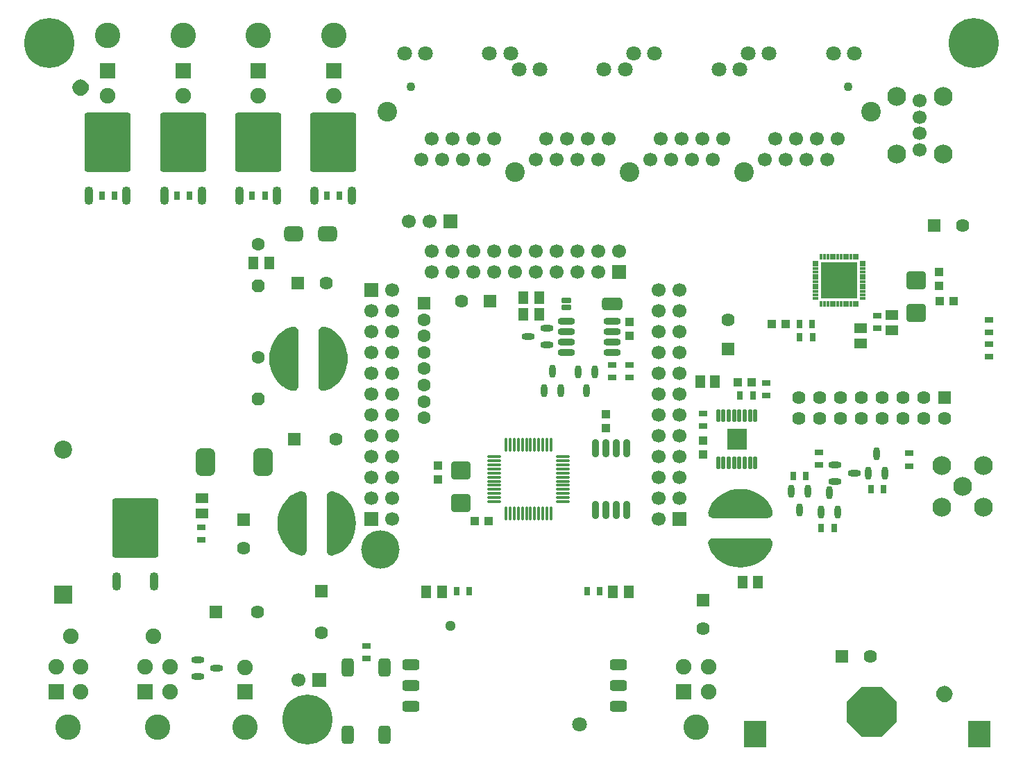
<source format=gts>
G04*
G04 #@! TF.GenerationSoftware,Altium Limited,Altium Designer,19.1.7 (138)*
G04*
G04 Layer_Color=8388736*
%FSLAX24Y24*%
%MOIN*%
G70*
G01*
G75*
%ADD38R,0.1053X0.1289*%
%ADD39R,0.0433X0.0433*%
%ADD40R,0.0433X0.0433*%
%ADD41R,0.0945X0.1004*%
%ADD42O,0.0217X0.0630*%
%ADD43R,0.1772X0.1772*%
%ADD44R,0.0118X0.0315*%
%ADD45R,0.0315X0.0118*%
%ADD46O,0.0320X0.0630*%
%ADD47R,0.0591X0.0453*%
%ADD48R,0.0394X0.0315*%
%ADD49O,0.0669X0.0157*%
%ADD50O,0.0157X0.0669*%
%ADD51O,0.0630X0.0320*%
G04:AMPARAMS|DCode=52|XSize=82.7mil|YSize=51.2mil|CornerRadius=13.8mil|HoleSize=0mil|Usage=FLASHONLY|Rotation=0.000|XOffset=0mil|YOffset=0mil|HoleType=Round|Shape=RoundedRectangle|*
%AMROUNDEDRECTD52*
21,1,0.0827,0.0236,0,0,0.0*
21,1,0.0551,0.0512,0,0,0.0*
1,1,0.0276,0.0276,-0.0118*
1,1,0.0276,-0.0276,-0.0118*
1,1,0.0276,-0.0276,0.0118*
1,1,0.0276,0.0276,0.0118*
%
%ADD52ROUNDEDRECTD52*%
%ADD53R,0.0453X0.0591*%
%ADD54R,0.0315X0.0394*%
%ADD55R,0.0492X0.0610*%
%ADD56R,0.0433X0.0394*%
%ADD57R,0.0394X0.0433*%
G04:AMPARAMS|DCode=58|XSize=98.4mil|YSize=63mil|CornerRadius=16.7mil|HoleSize=0mil|Usage=FLASHONLY|Rotation=0.000|XOffset=0mil|YOffset=0mil|HoleType=Round|Shape=RoundedRectangle|*
%AMROUNDEDRECTD58*
21,1,0.0984,0.0295,0,0,0.0*
21,1,0.0650,0.0630,0,0,0.0*
1,1,0.0335,0.0325,-0.0148*
1,1,0.0335,-0.0325,-0.0148*
1,1,0.0335,-0.0325,0.0148*
1,1,0.0335,0.0325,0.0148*
%
%ADD58ROUNDEDRECTD58*%
G04:AMPARAMS|DCode=59|XSize=47.2mil|YSize=27.6mil|CornerRadius=7.9mil|HoleSize=0mil|Usage=FLASHONLY|Rotation=0.000|XOffset=0mil|YOffset=0mil|HoleType=Round|Shape=RoundedRectangle|*
%AMROUNDEDRECTD59*
21,1,0.0472,0.0118,0,0,0.0*
21,1,0.0315,0.0276,0,0,0.0*
1,1,0.0157,0.0157,-0.0059*
1,1,0.0157,-0.0157,-0.0059*
1,1,0.0157,-0.0157,0.0059*
1,1,0.0157,0.0157,0.0059*
%
%ADD59ROUNDEDRECTD59*%
%ADD60O,0.0839X0.0335*%
%ADD61O,0.0335X0.0889*%
G04:AMPARAMS|DCode=62|XSize=94.5mil|YSize=86.6mil|CornerRadius=14.4mil|HoleSize=0mil|Usage=FLASHONLY|Rotation=0.000|XOffset=0mil|YOffset=0mil|HoleType=Round|Shape=RoundedRectangle|*
%AMROUNDEDRECTD62*
21,1,0.0945,0.0579,0,0,0.0*
21,1,0.0657,0.0866,0,0,0.0*
1,1,0.0287,0.0329,-0.0289*
1,1,0.0287,-0.0329,-0.0289*
1,1,0.0287,-0.0329,0.0289*
1,1,0.0287,0.0329,0.0289*
%
%ADD62ROUNDEDRECTD62*%
G04:AMPARAMS|DCode=63|XSize=283.5mil|YSize=222.4mil|CornerRadius=12.9mil|HoleSize=0mil|Usage=FLASHONLY|Rotation=90.000|XOffset=0mil|YOffset=0mil|HoleType=Round|Shape=RoundedRectangle|*
%AMROUNDEDRECTD63*
21,1,0.2835,0.1967,0,0,90.0*
21,1,0.2577,0.2224,0,0,90.0*
1,1,0.0258,0.0983,0.1288*
1,1,0.0258,0.0983,-0.1288*
1,1,0.0258,-0.0983,-0.1288*
1,1,0.0258,-0.0983,0.1288*
%
%ADD63ROUNDEDRECTD63*%
%ADD64O,0.0433X0.0886*%
%ADD65C,0.0512*%
G04:AMPARAMS|DCode=66|XSize=90.6mil|YSize=72.8mil|CornerRadius=19.2mil|HoleSize=0mil|Usage=FLASHONLY|Rotation=0.000|XOffset=0mil|YOffset=0mil|HoleType=Round|Shape=RoundedRectangle|*
%AMROUNDEDRECTD66*
21,1,0.0906,0.0344,0,0,0.0*
21,1,0.0522,0.0728,0,0,0.0*
1,1,0.0384,0.0261,-0.0172*
1,1,0.0384,-0.0261,-0.0172*
1,1,0.0384,-0.0261,0.0172*
1,1,0.0384,0.0261,0.0172*
%
%ADD66ROUNDEDRECTD66*%
G04:AMPARAMS|DCode=67|XSize=131.9mil|YSize=94.5mil|CornerRadius=24.6mil|HoleSize=0mil|Usage=FLASHONLY|Rotation=90.000|XOffset=0mil|YOffset=0mil|HoleType=Round|Shape=RoundedRectangle|*
%AMROUNDEDRECTD67*
21,1,0.1319,0.0453,0,0,90.0*
21,1,0.0827,0.0945,0,0,90.0*
1,1,0.0492,0.0226,0.0413*
1,1,0.0492,0.0226,-0.0413*
1,1,0.0492,-0.0226,-0.0413*
1,1,0.0492,-0.0226,0.0413*
%
%ADD67ROUNDEDRECTD67*%
G04:AMPARAMS|DCode=68|XSize=86.6mil|YSize=59.1mil|CornerRadius=15.7mil|HoleSize=0mil|Usage=FLASHONLY|Rotation=270.000|XOffset=0mil|YOffset=0mil|HoleType=Round|Shape=RoundedRectangle|*
%AMROUNDEDRECTD68*
21,1,0.0866,0.0276,0,0,270.0*
21,1,0.0551,0.0591,0,0,270.0*
1,1,0.0315,-0.0138,-0.0276*
1,1,0.0315,-0.0138,0.0276*
1,1,0.0315,0.0138,0.0276*
1,1,0.0315,0.0138,-0.0276*
%
%ADD68ROUNDEDRECTD68*%
%ADD69R,0.0610X0.0492*%
%ADD70C,0.0748*%
%ADD71C,0.0639*%
%ADD72R,0.0639X0.0639*%
%ADD73C,0.0906*%
%ADD74C,0.0669*%
%ADD75R,0.0669X0.0669*%
%ADD76C,0.1850*%
%ADD77R,0.0669X0.0669*%
%ADD78R,0.0639X0.0639*%
%ADD79C,0.0630*%
%ADD80P,0.0682X8X292.5*%
%ADD81C,0.0709*%
%ADD82R,0.0630X0.0630*%
%ADD83R,0.0748X0.0748*%
%ADD84C,0.1220*%
%ADD85C,0.0866*%
%ADD86R,0.0866X0.0866*%
%ADD87P,0.2599X8X292.5*%
%ADD88C,0.2402*%
%ADD89C,0.0945*%
%ADD90C,0.0433*%
G36*
X10044Y38484D02*
X10139Y38444D01*
X10222Y38381D01*
X10285Y38299D01*
X10325Y38203D01*
X10338Y38100D01*
X10325Y37998D01*
X10285Y37902D01*
X10222Y37820D01*
X10139Y37757D01*
X10044Y37717D01*
X9941Y37703D01*
X9838Y37717D01*
X9742Y37757D01*
X9660Y37820D01*
X9597Y37902D01*
X9557Y37998D01*
X9544Y38100D01*
X9557Y38203D01*
X9597Y38299D01*
X9660Y38381D01*
X9742Y38444D01*
X9838Y38484D01*
X9941Y38497D01*
X10044Y38484D01*
D02*
G37*
G36*
X21677Y26604D02*
X21680Y26602D01*
X21685Y26603D01*
X21814Y26562D01*
X21816Y26561D01*
X21817Y26561D01*
X21968Y26501D01*
X21971Y26498D01*
X21974Y26498D01*
X22114Y26414D01*
X22116Y26411D01*
X22119Y26410D01*
X22245Y26306D01*
X22245Y26305D01*
X22247Y26304D01*
X22252Y26300D01*
X22252Y26298D01*
X22254Y26298D01*
X22403Y26132D01*
X22404Y26129D01*
X22406Y26128D01*
X22532Y25944D01*
X22533Y25941D01*
X22535Y25939D01*
X22635Y25740D01*
X22635Y25737D01*
X22637Y25734D01*
X22710Y25524D01*
X22710Y25521D01*
X22712Y25518D01*
X22756Y25300D01*
X22755Y25297D01*
X22757Y25294D01*
X22771Y25072D01*
X22770Y25069D01*
X22771Y25066D01*
X22757Y24844D01*
X22755Y24841D01*
X22756Y24838D01*
X22712Y24620D01*
X22710Y24617D01*
X22710Y24614D01*
X22637Y24404D01*
X22635Y24401D01*
X22635Y24398D01*
X22535Y24199D01*
X22533Y24197D01*
X22532Y24194D01*
X22406Y24010D01*
X22404Y24009D01*
X22403Y24006D01*
X22254Y23840D01*
X22252Y23839D01*
X22252Y23838D01*
X22249Y23836D01*
X22248Y23835D01*
X22247Y23834D01*
X22120Y23728D01*
X22117Y23727D01*
X22115Y23724D01*
X21973Y23640D01*
X21970Y23640D01*
X21967Y23637D01*
X21814Y23576D01*
X21813Y23576D01*
X21811Y23575D01*
X21677Y23533D01*
X21673Y23533D01*
X21669Y23531D01*
X21596Y23523D01*
X21588Y23525D01*
X21580Y23524D01*
X21509Y23542D01*
X21503Y23547D01*
X21495Y23549D01*
X21435Y23593D01*
X21431Y23600D01*
X21424Y23605D01*
X21385Y23667D01*
X21384Y23675D01*
X21379Y23682D01*
X21366Y23754D01*
X21367Y23758D01*
X21365Y23762D01*
Y26368D01*
X21367Y26372D01*
X21366Y26376D01*
X21380Y26450D01*
X21384Y26457D01*
X21386Y26465D01*
X21426Y26529D01*
X21433Y26534D01*
X21437Y26541D01*
X21498Y26586D01*
X21506Y26588D01*
X21513Y26593D01*
X21586Y26612D01*
X21594Y26611D01*
X21602Y26613D01*
X21677Y26604D01*
D02*
G37*
G36*
X20183Y26613D02*
X20191Y26614D01*
X20262Y26595D01*
X20269Y26590D01*
X20277Y26588D01*
X20336Y26545D01*
X20340Y26538D01*
X20347Y26533D01*
X20386Y26471D01*
X20388Y26463D01*
X20392Y26456D01*
X20406Y26384D01*
X20405Y26380D01*
X20407Y26376D01*
Y23770D01*
X20405Y23766D01*
X20406Y23762D01*
X20392Y23688D01*
X20387Y23681D01*
X20386Y23673D01*
X20346Y23609D01*
X20339Y23604D01*
X20335Y23597D01*
X20274Y23552D01*
X20266Y23550D01*
X20259Y23545D01*
X20186Y23526D01*
X20178Y23527D01*
X20170Y23525D01*
X20095Y23533D01*
X20091Y23535D01*
X20087Y23535D01*
X19957Y23576D01*
X19956Y23577D01*
X19954Y23577D01*
X19803Y23637D01*
X19801Y23640D01*
X19797Y23640D01*
X19658Y23724D01*
X19656Y23726D01*
X19652Y23727D01*
X19527Y23831D01*
X19526Y23833D01*
X19525Y23834D01*
X19520Y23838D01*
X19519Y23839D01*
X19518Y23840D01*
X19369Y24006D01*
X19368Y24009D01*
X19365Y24010D01*
X19240Y24194D01*
X19239Y24197D01*
X19237Y24199D01*
X19137Y24398D01*
X19136Y24401D01*
X19134Y24404D01*
X19062Y24614D01*
X19062Y24617D01*
X19060Y24620D01*
X19016Y24838D01*
X19016Y24841D01*
X19015Y24844D01*
X19000Y25066D01*
X19001Y25069D01*
X19000Y25072D01*
X19015Y25294D01*
X19016Y25297D01*
X19016Y25300D01*
X19060Y25518D01*
X19062Y25521D01*
X19062Y25524D01*
X19134Y25734D01*
X19136Y25737D01*
X19137Y25740D01*
X19237Y25939D01*
X19239Y25941D01*
X19240Y25944D01*
X19365Y26128D01*
X19368Y26129D01*
X19369Y26132D01*
X19518Y26298D01*
X19519Y26298D01*
X19520Y26300D01*
X19522Y26302D01*
X19524Y26303D01*
X19525Y26304D01*
X19651Y26409D01*
X19655Y26411D01*
X19657Y26413D01*
X19798Y26498D01*
X19802Y26498D01*
X19804Y26501D01*
X19957Y26562D01*
X19959Y26562D01*
X19960Y26563D01*
X20095Y26605D01*
X20099Y26605D01*
X20102Y26607D01*
X20175Y26615D01*
X20183Y26613D01*
D02*
G37*
G36*
X41859Y18800D02*
X41862Y18799D01*
X41865Y18799D01*
X42083Y18755D01*
X42086Y18753D01*
X42089Y18753D01*
X42299Y18681D01*
X42302Y18679D01*
X42305Y18678D01*
X42504Y18578D01*
X42506Y18576D01*
X42509Y18575D01*
X42692Y18450D01*
X42694Y18447D01*
X42697Y18446D01*
X42863Y18297D01*
X42863Y18296D01*
X42865Y18295D01*
X42867Y18293D01*
X42868Y18291D01*
X42869Y18290D01*
X42974Y18163D01*
X42976Y18160D01*
X42978Y18158D01*
X43063Y18017D01*
X43063Y18013D01*
X43066Y18011D01*
X43127Y17858D01*
X43127Y17856D01*
X43128Y17855D01*
X43170Y17720D01*
X43170Y17716D01*
X43172Y17713D01*
X43180Y17640D01*
X43178Y17632D01*
X43179Y17623D01*
X43160Y17553D01*
X43155Y17546D01*
X43153Y17538D01*
X43110Y17479D01*
X43103Y17475D01*
X43098Y17468D01*
X43036Y17429D01*
X43028Y17427D01*
X43021Y17423D01*
X42949Y17409D01*
X42945Y17410D01*
X42941Y17408D01*
X40335D01*
X40331Y17410D01*
X40327Y17409D01*
X40253Y17423D01*
X40246Y17428D01*
X40238Y17429D01*
X40174Y17469D01*
X40169Y17476D01*
X40162Y17480D01*
X40117Y17541D01*
X40115Y17549D01*
X40110Y17556D01*
X40091Y17629D01*
X40092Y17637D01*
X40090Y17645D01*
X40098Y17720D01*
X40100Y17724D01*
X40100Y17728D01*
X40141Y17858D01*
X40142Y17859D01*
X40142Y17861D01*
X40202Y18012D01*
X40205Y18014D01*
X40205Y18018D01*
X40288Y18157D01*
X40291Y18159D01*
X40292Y18163D01*
X40396Y18288D01*
X40398Y18289D01*
X40399Y18290D01*
X40403Y18295D01*
X40404Y18296D01*
X40405Y18297D01*
X40571Y18446D01*
X40574Y18447D01*
X40575Y18450D01*
X40759Y18575D01*
X40762Y18576D01*
X40764Y18578D01*
X40963Y18678D01*
X40966Y18679D01*
X40968Y18681D01*
X41179Y18753D01*
X41182Y18753D01*
X41185Y18755D01*
X41403Y18799D01*
X41406Y18799D01*
X41409Y18800D01*
X41631Y18815D01*
X41634Y18814D01*
X41637Y18815D01*
X41859Y18800D01*
D02*
G37*
G36*
X22070Y18691D02*
X22074Y18689D01*
X22078Y18689D01*
X22208Y18649D01*
X22209Y18648D01*
X22211Y18648D01*
X22362Y18587D01*
X22365Y18585D01*
X22368Y18584D01*
X22508Y18501D01*
X22510Y18498D01*
X22513Y18497D01*
X22638Y18393D01*
X22639Y18391D01*
X22641Y18391D01*
X22645Y18386D01*
X22646Y18385D01*
X22647Y18384D01*
X22796Y18219D01*
X22797Y18216D01*
X22800Y18214D01*
X22926Y18030D01*
X22926Y18027D01*
X22929Y18025D01*
X23029Y17826D01*
X23029Y17823D01*
X23031Y17821D01*
X23104Y17610D01*
X23104Y17607D01*
X23105Y17605D01*
X23150Y17386D01*
X23149Y17383D01*
X23150Y17381D01*
X23165Y17158D01*
X23164Y17156D01*
X23165Y17153D01*
X23150Y16930D01*
X23149Y16928D01*
X23150Y16925D01*
X23105Y16706D01*
X23104Y16704D01*
X23104Y16701D01*
X23031Y16490D01*
X23029Y16488D01*
X23029Y16485D01*
X22929Y16286D01*
X22926Y16284D01*
X22926Y16281D01*
X22800Y16097D01*
X22797Y16095D01*
X22796Y16092D01*
X22647Y15927D01*
X22646Y15926D01*
X22645Y15925D01*
X22643Y15922D01*
X22641Y15922D01*
X22640Y15920D01*
X22514Y15815D01*
X22510Y15814D01*
X22508Y15811D01*
X22367Y15727D01*
X22363Y15726D01*
X22361Y15724D01*
X22208Y15662D01*
X22206Y15662D01*
X22205Y15661D01*
X22071Y15619D01*
X22067Y15620D01*
X22063Y15618D01*
X21990Y15609D01*
X21982Y15611D01*
X21974Y15610D01*
X21903Y15629D01*
X21896Y15634D01*
X21888Y15636D01*
X21829Y15680D01*
X21825Y15687D01*
X21818Y15691D01*
X21779Y15753D01*
X21778Y15762D01*
X21773Y15768D01*
X21759Y15841D01*
X21760Y15845D01*
X21759Y15849D01*
Y18454D01*
X21760Y18458D01*
X21759Y18462D01*
X21774Y18537D01*
X21778Y18544D01*
X21779Y18552D01*
X21820Y18616D01*
X21826Y18620D01*
X21831Y18628D01*
X21892Y18672D01*
X21900Y18674D01*
X21906Y18679D01*
X21979Y18699D01*
X21987Y18697D01*
X21995Y18700D01*
X22070Y18691D01*
D02*
G37*
G36*
X20577Y18700D02*
X20585Y18701D01*
X20656Y18682D01*
X20663Y18677D01*
X20671Y18675D01*
X20730Y18632D01*
X20734Y18624D01*
X20741Y18620D01*
X20780Y18558D01*
X20781Y18549D01*
X20786Y18543D01*
X20800Y18470D01*
X20799Y18466D01*
X20800Y18462D01*
Y15857D01*
X20799Y15853D01*
X20800Y15849D01*
X20786Y15774D01*
X20781Y15767D01*
X20780Y15759D01*
X20739Y15695D01*
X20733Y15691D01*
X20728Y15683D01*
X20667Y15639D01*
X20659Y15637D01*
X20653Y15632D01*
X20580Y15612D01*
X20572Y15614D01*
X20564Y15611D01*
X20489Y15620D01*
X20485Y15622D01*
X20481Y15622D01*
X20351Y15662D01*
X20350Y15663D01*
X20348Y15663D01*
X20197Y15724D01*
X20195Y15726D01*
X20191Y15727D01*
X20051Y15810D01*
X20049Y15813D01*
X20046Y15814D01*
X19921Y15918D01*
X19920Y15920D01*
X19918Y15920D01*
X19914Y15925D01*
X19913Y15926D01*
X19912Y15927D01*
X19763Y16092D01*
X19762Y16095D01*
X19759Y16097D01*
X19633Y16281D01*
X19633Y16284D01*
X19630Y16286D01*
X19530Y16485D01*
X19530Y16488D01*
X19528Y16490D01*
X19455Y16701D01*
X19455Y16704D01*
X19454Y16706D01*
X19410Y16925D01*
X19410Y16928D01*
X19409Y16930D01*
X19394Y17153D01*
X19395Y17156D01*
X19394Y17158D01*
X19409Y17381D01*
X19410Y17383D01*
X19410Y17386D01*
X19454Y17605D01*
X19455Y17607D01*
X19455Y17610D01*
X19528Y17821D01*
X19530Y17823D01*
X19530Y17826D01*
X19630Y18025D01*
X19633Y18027D01*
X19633Y18030D01*
X19759Y18214D01*
X19762Y18216D01*
X19763Y18219D01*
X19912Y18384D01*
X19913Y18385D01*
X19914Y18386D01*
X19916Y18389D01*
X19918Y18389D01*
X19919Y18391D01*
X20045Y18496D01*
X20049Y18497D01*
X20051Y18500D01*
X20192Y18584D01*
X20196Y18585D01*
X20198Y18587D01*
X20351Y18649D01*
X20353Y18649D01*
X20354Y18650D01*
X20488Y18692D01*
X20492Y18691D01*
X20496Y18693D01*
X20569Y18702D01*
X20577Y18700D01*
D02*
G37*
G36*
X42937Y16448D02*
X42941Y16449D01*
X43015Y16435D01*
X43022Y16431D01*
X43030Y16429D01*
X43094Y16389D01*
X43099Y16382D01*
X43106Y16378D01*
X43151Y16317D01*
X43153Y16309D01*
X43158Y16302D01*
X43177Y16229D01*
X43176Y16221D01*
X43178Y16213D01*
X43169Y16138D01*
X43167Y16134D01*
X43168Y16130D01*
X43127Y16001D01*
X43126Y15999D01*
X43126Y15998D01*
X43065Y15847D01*
X43063Y15844D01*
X43062Y15841D01*
X42979Y15701D01*
X42976Y15699D01*
X42975Y15695D01*
X42871Y15570D01*
X42870Y15570D01*
X42869Y15568D01*
X42865Y15563D01*
X42863Y15563D01*
X42863Y15561D01*
X42697Y15412D01*
X42694Y15411D01*
X42692Y15409D01*
X42509Y15283D01*
X42506Y15282D01*
X42504Y15280D01*
X42305Y15180D01*
X42302Y15180D01*
X42299Y15178D01*
X42089Y15105D01*
X42086Y15105D01*
X42083Y15103D01*
X41865Y15059D01*
X41862Y15060D01*
X41859Y15058D01*
X41637Y15044D01*
X41634Y15044D01*
X41631Y15044D01*
X41409Y15058D01*
X41406Y15060D01*
X41403Y15059D01*
X41185Y15103D01*
X41182Y15105D01*
X41179Y15105D01*
X40968Y15178D01*
X40966Y15180D01*
X40963Y15180D01*
X40764Y15280D01*
X40762Y15282D01*
X40759Y15283D01*
X40575Y15409D01*
X40574Y15411D01*
X40571Y15412D01*
X40405Y15561D01*
X40404Y15563D01*
X40403Y15563D01*
X40401Y15566D01*
X40400Y15567D01*
X40398Y15568D01*
X40293Y15695D01*
X40292Y15698D01*
X40289Y15700D01*
X40205Y15842D01*
X40205Y15845D01*
X40202Y15848D01*
X40141Y16001D01*
X40141Y16002D01*
X40140Y16004D01*
X40098Y16138D01*
X40098Y16142D01*
X40096Y16146D01*
X40088Y16219D01*
X40090Y16227D01*
X40089Y16235D01*
X40107Y16306D01*
X40112Y16312D01*
X40114Y16320D01*
X40158Y16379D01*
X40165Y16384D01*
X40170Y16390D01*
X40232Y16430D01*
X40240Y16431D01*
X40247Y16436D01*
X40319Y16449D01*
X40323Y16448D01*
X40327Y16450D01*
X42933D01*
X42937Y16448D01*
D02*
G37*
G36*
X51540Y9350D02*
X51636Y9310D01*
X51718Y9247D01*
X51781Y9165D01*
X51821Y9069D01*
X51834Y8967D01*
X51821Y8864D01*
X51781Y8768D01*
X51718Y8686D01*
X51636Y8623D01*
X51540Y8583D01*
X51437Y8569D01*
X51334Y8583D01*
X51238Y8623D01*
X51156Y8686D01*
X51093Y8768D01*
X51053Y8864D01*
X51040Y8967D01*
X51053Y9069D01*
X51093Y9165D01*
X51156Y9247D01*
X51238Y9310D01*
X51334Y9350D01*
X51437Y9364D01*
X51540Y9350D01*
D02*
G37*
D38*
X53095Y7023D02*
D03*
X42347D02*
D03*
D39*
X41634Y17979D02*
D03*
Y15879D02*
D03*
D40*
X22330Y17156D02*
D03*
X20230D02*
D03*
X19836Y25069D02*
D03*
X21936D02*
D03*
D41*
X41457Y21211D02*
D03*
D42*
X40561Y22352D02*
D03*
X40817D02*
D03*
X41073D02*
D03*
X41329D02*
D03*
X41585D02*
D03*
X41841D02*
D03*
X42096D02*
D03*
X42352D02*
D03*
Y20069D02*
D03*
X42096D02*
D03*
X41841D02*
D03*
X41585D02*
D03*
X41329D02*
D03*
X41073D02*
D03*
X40817D02*
D03*
X40561D02*
D03*
D43*
X46388Y28848D02*
D03*
D44*
X47254Y29980D02*
D03*
X47096D02*
D03*
X46939D02*
D03*
X46782D02*
D03*
X46624D02*
D03*
X46467D02*
D03*
X46309D02*
D03*
X46152D02*
D03*
X45994D02*
D03*
X45837D02*
D03*
X45679D02*
D03*
X45522D02*
D03*
Y27717D02*
D03*
X45679D02*
D03*
X45837D02*
D03*
X45994D02*
D03*
X46152D02*
D03*
X46309D02*
D03*
X46467D02*
D03*
X46624D02*
D03*
X46782D02*
D03*
X46939D02*
D03*
X47096D02*
D03*
X47254D02*
D03*
D45*
X45256Y29715D02*
D03*
Y29557D02*
D03*
Y29400D02*
D03*
Y29242D02*
D03*
Y29085D02*
D03*
Y28927D02*
D03*
Y28770D02*
D03*
Y28612D02*
D03*
Y28455D02*
D03*
Y28297D02*
D03*
Y28140D02*
D03*
Y27982D02*
D03*
X47520D02*
D03*
Y28140D02*
D03*
Y28297D02*
D03*
Y28455D02*
D03*
Y28612D02*
D03*
Y28770D02*
D03*
Y28927D02*
D03*
Y29085D02*
D03*
Y29242D02*
D03*
Y29400D02*
D03*
Y29557D02*
D03*
Y29715D02*
D03*
D46*
X32215Y23548D02*
D03*
X33015D02*
D03*
X32615Y24458D02*
D03*
X34236Y23524D02*
D03*
X33836Y24434D02*
D03*
X34636D02*
D03*
X45912Y18622D02*
D03*
X46312Y17712D02*
D03*
X45512D02*
D03*
X44482Y17796D02*
D03*
X44082Y18706D02*
D03*
X44882D02*
D03*
X48176Y20492D02*
D03*
X48576Y19582D02*
D03*
X47776D02*
D03*
D47*
X15787Y17628D02*
D03*
Y18376D02*
D03*
D48*
X15748Y16978D02*
D03*
Y16368D02*
D03*
X53573Y25777D02*
D03*
Y25168D02*
D03*
X53573Y26949D02*
D03*
Y26339D02*
D03*
X45413Y20571D02*
D03*
Y19961D02*
D03*
X49744Y20521D02*
D03*
Y19911D02*
D03*
X42874Y23297D02*
D03*
Y23907D02*
D03*
X39833Y22441D02*
D03*
Y21831D02*
D03*
X36309Y24173D02*
D03*
Y24783D02*
D03*
X35472Y24173D02*
D03*
Y24783D02*
D03*
X23681Y10670D02*
D03*
Y11280D02*
D03*
X48209Y26535D02*
D03*
Y27145D02*
D03*
D49*
X29803Y19183D02*
D03*
Y19380D02*
D03*
Y19577D02*
D03*
Y19774D02*
D03*
Y19970D02*
D03*
Y20167D02*
D03*
Y20364D02*
D03*
Y18199D02*
D03*
Y18396D02*
D03*
Y18593D02*
D03*
Y18789D02*
D03*
Y18986D02*
D03*
X33110Y19380D02*
D03*
Y19183D02*
D03*
Y20364D02*
D03*
Y20167D02*
D03*
Y19970D02*
D03*
Y19774D02*
D03*
Y19577D02*
D03*
Y18986D02*
D03*
Y18789D02*
D03*
Y18593D02*
D03*
Y18396D02*
D03*
Y18199D02*
D03*
D50*
X32343Y20935D02*
D03*
X32539D02*
D03*
Y17628D02*
D03*
X32343D02*
D03*
X30374Y20935D02*
D03*
X30571D02*
D03*
X30768D02*
D03*
X30965D02*
D03*
X31161D02*
D03*
X31358D02*
D03*
X31555D02*
D03*
X31752D02*
D03*
X31949D02*
D03*
X32146D02*
D03*
Y17628D02*
D03*
X31949D02*
D03*
X31752D02*
D03*
X31555D02*
D03*
X31358D02*
D03*
X31161D02*
D03*
X30965D02*
D03*
X30768D02*
D03*
X30571D02*
D03*
X30374D02*
D03*
D51*
X16476Y10200D02*
D03*
X15566Y9800D02*
D03*
Y10600D02*
D03*
X47096Y19570D02*
D03*
X46186Y19170D02*
D03*
Y19970D02*
D03*
X32338Y25728D02*
D03*
Y26528D02*
D03*
X31428Y26128D02*
D03*
D52*
X25819Y8372D02*
D03*
Y10372D02*
D03*
X35769Y8372D02*
D03*
Y10372D02*
D03*
X25819Y9372D02*
D03*
X35769D02*
D03*
D53*
X27303Y13878D02*
D03*
X26555D02*
D03*
X31220Y28002D02*
D03*
X31969D02*
D03*
X31220Y27205D02*
D03*
X31969D02*
D03*
X36270Y13878D02*
D03*
X35522D02*
D03*
X18996Y29675D02*
D03*
X18248D02*
D03*
D54*
X27992Y13888D02*
D03*
X28602D02*
D03*
X46132Y16919D02*
D03*
X45522D02*
D03*
X44173Y19419D02*
D03*
X44783D02*
D03*
X48523Y18809D02*
D03*
X47913D02*
D03*
X41614Y23297D02*
D03*
X42224D02*
D03*
X34272Y13888D02*
D03*
X34882D02*
D03*
X22372Y32913D02*
D03*
X21762D02*
D03*
X18799D02*
D03*
X18189D02*
D03*
X15167D02*
D03*
X14557D02*
D03*
X11575D02*
D03*
X10965D02*
D03*
X44488Y26093D02*
D03*
X45098D02*
D03*
X45088Y26722D02*
D03*
X44478D02*
D03*
D55*
X39695Y23957D02*
D03*
X40404D02*
D03*
X42461Y14350D02*
D03*
X41752D02*
D03*
D56*
X42165Y23947D02*
D03*
X41496D02*
D03*
X29537Y17283D02*
D03*
X28868D02*
D03*
X43819Y26722D02*
D03*
X43150D02*
D03*
X51890Y27835D02*
D03*
X51220D02*
D03*
D57*
X39833Y20453D02*
D03*
Y21122D02*
D03*
X36299Y26181D02*
D03*
Y26850D02*
D03*
X35168Y21742D02*
D03*
Y22411D02*
D03*
X27107Y19272D02*
D03*
Y19941D02*
D03*
X51161Y28553D02*
D03*
Y29222D02*
D03*
D58*
X35463Y27697D02*
D03*
D59*
X33278Y27874D02*
D03*
Y27520D02*
D03*
D60*
X35472Y25866D02*
D03*
X33272D02*
D03*
X35472Y25366D02*
D03*
X33272D02*
D03*
X35472Y26866D02*
D03*
Y26366D02*
D03*
X33272D02*
D03*
Y26866D02*
D03*
D61*
X35667Y20768D02*
D03*
Y17818D02*
D03*
X34667Y20768D02*
D03*
X35167D02*
D03*
X36167D02*
D03*
X34667Y17818D02*
D03*
X35167D02*
D03*
X36167D02*
D03*
D62*
X28209Y19715D02*
D03*
Y18140D02*
D03*
X50059Y27274D02*
D03*
Y28848D02*
D03*
D63*
X22067Y35463D02*
D03*
X18476D02*
D03*
X14862D02*
D03*
X11248D02*
D03*
X12579Y16919D02*
D03*
D64*
X21169Y32904D02*
D03*
X22965D02*
D03*
X17579D02*
D03*
X19374D02*
D03*
X13965D02*
D03*
X15760D02*
D03*
X10350D02*
D03*
X12146D02*
D03*
X11681Y14360D02*
D03*
X13476D02*
D03*
D65*
X9941Y38100D02*
D03*
X51437Y8967D02*
D03*
X27697Y12234D02*
D03*
D66*
X20177Y31053D02*
D03*
X21791D02*
D03*
D67*
X18691Y20108D02*
D03*
X15935D02*
D03*
D68*
X24547Y6998D02*
D03*
X22776D02*
D03*
X24547Y10226D02*
D03*
X22776D02*
D03*
D69*
X47421Y26526D02*
D03*
Y25817D02*
D03*
X48917Y26447D02*
D03*
Y27156D02*
D03*
D70*
X13425Y11737D02*
D03*
X9488D02*
D03*
X22106Y37707D02*
D03*
X14862D02*
D03*
X11240D02*
D03*
X18484D02*
D03*
X17854Y10245D02*
D03*
X40098Y9085D02*
D03*
Y10266D02*
D03*
X38917D02*
D03*
X9941Y9085D02*
D03*
Y10266D02*
D03*
X8760D02*
D03*
X14232Y9085D02*
D03*
Y10266D02*
D03*
X13051D02*
D03*
D71*
X50427Y23199D02*
D03*
X49427D02*
D03*
X47427D02*
D03*
X46427D02*
D03*
X44427D02*
D03*
X50427Y22199D02*
D03*
X49427D02*
D03*
X47427D02*
D03*
X46427D02*
D03*
X44427D02*
D03*
X48427Y23199D02*
D03*
X45427D02*
D03*
X51427Y22199D02*
D03*
X48427D02*
D03*
X45427D02*
D03*
X52323Y31467D02*
D03*
X41043Y26929D02*
D03*
X47884Y10758D02*
D03*
X39852Y12087D02*
D03*
X28228Y27844D02*
D03*
X21752Y28691D02*
D03*
X22217Y21211D02*
D03*
X17776Y15974D02*
D03*
X21516Y11904D02*
D03*
X18437Y12904D02*
D03*
D72*
X51427Y23199D02*
D03*
X50945Y31467D02*
D03*
X46506Y10758D02*
D03*
X29606Y27844D02*
D03*
X20374Y28691D02*
D03*
X20217Y21211D02*
D03*
X16437Y12904D02*
D03*
D73*
X52303Y18937D02*
D03*
X53303Y17937D02*
D03*
X51303D02*
D03*
X53303Y19937D02*
D03*
X51303D02*
D03*
X49134Y37657D02*
D03*
Y34902D02*
D03*
X51378Y37657D02*
D03*
Y34902D02*
D03*
D74*
X38701Y19372D02*
D03*
X37701D02*
D03*
X38701Y20372D02*
D03*
Y18372D02*
D03*
X37701Y20372D02*
D03*
Y18372D02*
D03*
Y21374D02*
D03*
Y23374D02*
D03*
X38701Y21374D02*
D03*
Y23374D02*
D03*
X37701Y22374D02*
D03*
X38701D02*
D03*
Y28378D02*
D03*
X37701D02*
D03*
X38701Y27378D02*
D03*
X37701D02*
D03*
Y24376D02*
D03*
Y26376D02*
D03*
X38701Y24376D02*
D03*
Y26376D02*
D03*
X37701Y25376D02*
D03*
X38701D02*
D03*
X37701Y17372D02*
D03*
X32805Y29232D02*
D03*
Y30236D02*
D03*
X33805Y29232D02*
D03*
X31805D02*
D03*
X33805Y30236D02*
D03*
X31805D02*
D03*
X34803D02*
D03*
Y29232D02*
D03*
X35807Y30236D02*
D03*
X29803Y29232D02*
D03*
Y30236D02*
D03*
X30803Y29232D02*
D03*
X28803D02*
D03*
X30803Y30236D02*
D03*
X28803D02*
D03*
X27801D02*
D03*
Y29232D02*
D03*
X26801Y30236D02*
D03*
Y29232D02*
D03*
X24902Y28376D02*
D03*
X23907Y20372D02*
D03*
X24902D02*
D03*
X23907Y19372D02*
D03*
Y21372D02*
D03*
X24902Y19372D02*
D03*
Y21372D02*
D03*
Y18370D02*
D03*
X23907D02*
D03*
X24902Y17370D02*
D03*
X23907Y23374D02*
D03*
X24902D02*
D03*
X23907Y22374D02*
D03*
Y24374D02*
D03*
X24902Y22374D02*
D03*
Y24374D02*
D03*
Y27376D02*
D03*
Y25376D02*
D03*
X23907Y27376D02*
D03*
Y25376D02*
D03*
X24902Y26376D02*
D03*
X23907D02*
D03*
X20394Y9636D02*
D03*
X26713Y31683D02*
D03*
X25713D02*
D03*
X50256Y35098D02*
D03*
Y35886D02*
D03*
Y36673D02*
D03*
Y37461D02*
D03*
X42799Y34630D02*
D03*
X43299Y35630D02*
D03*
X43799Y34630D02*
D03*
X44299Y35630D02*
D03*
X44799Y34630D02*
D03*
X45299Y35630D02*
D03*
X45799Y34630D02*
D03*
X46299Y35630D02*
D03*
X37299Y34630D02*
D03*
X37799Y35630D02*
D03*
X38299Y34630D02*
D03*
X38799Y35630D02*
D03*
X39299Y34630D02*
D03*
X39799Y35630D02*
D03*
X40299Y34630D02*
D03*
X40799Y35630D02*
D03*
X31799Y34630D02*
D03*
X32299Y35630D02*
D03*
X32799Y34630D02*
D03*
X33299Y35630D02*
D03*
X33799Y34630D02*
D03*
X34299Y35630D02*
D03*
X34799Y34630D02*
D03*
X35299Y35630D02*
D03*
X26299Y34630D02*
D03*
X26799Y35630D02*
D03*
X27299Y34630D02*
D03*
X27799Y35630D02*
D03*
X28299Y34630D02*
D03*
X28799Y35630D02*
D03*
X29299Y34630D02*
D03*
X29799Y35630D02*
D03*
D75*
X38701Y17372D02*
D03*
X23907Y17370D02*
D03*
Y28376D02*
D03*
D76*
X24331Y15915D02*
D03*
D77*
X35807Y29232D02*
D03*
X21394Y9636D02*
D03*
X27713Y31683D02*
D03*
D78*
X41043Y25551D02*
D03*
X39852Y13465D02*
D03*
X17776Y17352D02*
D03*
X21516Y13904D02*
D03*
D79*
X18484Y25122D02*
D03*
X26447Y25374D02*
D03*
Y24587D02*
D03*
Y26161D02*
D03*
Y26949D02*
D03*
Y23799D02*
D03*
Y23012D02*
D03*
Y22224D02*
D03*
X18484Y30573D02*
D03*
D80*
Y23122D02*
D03*
Y28573D02*
D03*
D81*
X33917Y7510D02*
D03*
X40600Y38982D02*
D03*
X41604D02*
D03*
X29587Y39730D02*
D03*
X30600D02*
D03*
X30994Y38982D02*
D03*
X31998D02*
D03*
X36093D02*
D03*
X35079D02*
D03*
X37520Y39730D02*
D03*
X36506D02*
D03*
X26506D02*
D03*
X25492D02*
D03*
X43012D02*
D03*
X41998D02*
D03*
X47106D02*
D03*
X46093D02*
D03*
D82*
X26447Y27736D02*
D03*
D83*
X22106Y38888D02*
D03*
X14862D02*
D03*
X11240D02*
D03*
X18484D02*
D03*
X17854Y9064D02*
D03*
X38917Y9085D02*
D03*
X8760D02*
D03*
X13051D02*
D03*
D84*
X22106Y40589D02*
D03*
X14862D02*
D03*
X11240D02*
D03*
X18484D02*
D03*
X17854Y7363D02*
D03*
X39508Y7384D02*
D03*
X9350D02*
D03*
X13642D02*
D03*
D85*
X9114Y20699D02*
D03*
D86*
Y13730D02*
D03*
D87*
X47933Y8100D02*
D03*
D88*
X20846Y7746D02*
D03*
X52854Y40226D02*
D03*
X8445D02*
D03*
D89*
X24661Y36925D02*
D03*
X41799Y34031D02*
D03*
X36299D02*
D03*
X30799D02*
D03*
X47898Y36925D02*
D03*
D90*
X46799Y38130D02*
D03*
X25799D02*
D03*
M02*

</source>
